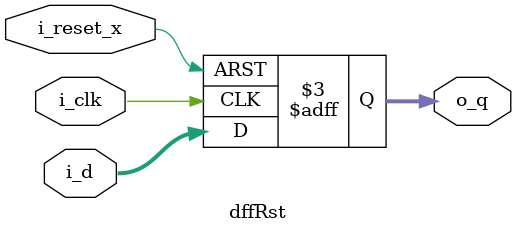
<source format=v>
module dffRst(
  input i_clk, i_reset_x,
  input [31:0] i_d,
  output reg [31:0] o_q
);

  always @(posedge i_clk, negedge i_reset_x) begin
    if (~i_reset_x) o_q <= 32'd0;
    else o_q <= i_d;
  end

endmodule
</source>
